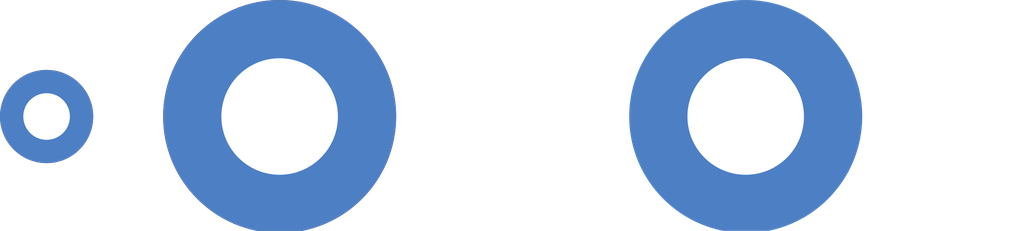
<source format=kicad_pcb>
(kicad_pcb (version 20211014) (generator pcbnew)

  (general
    (thickness 4.69)
  )

  (paper "User" 399.999 299.999)
  (title_block
    (title "A board")
    (date "2023-02-01")
    (rev "v1")
    (company "Winterbloom")
    (comment 1 "Comment 1")
    (comment 3 "Comment 3")
    (comment 5 "Comment 5")
    (comment 7 "Comment 7")
    (comment 9 "Comment 9")
  )

  (layers
    (0 "F.Cu" signal)
    (1 "In1.Cu" signal)
    (2 "In2.Cu" signal)
    (31 "B.Cu" signal)
    (32 "B.Adhes" user "B.Adhesive")
    (33 "F.Adhes" user "F.Adhesive")
    (34 "B.Paste" user)
    (35 "F.Paste" user)
    (36 "B.SilkS" user "B.Silkscreen")
    (37 "F.SilkS" user "F.Silkscreen")
    (38 "B.Mask" user)
    (39 "F.Mask" user)
    (40 "Dwgs.User" user "User.Drawings")
    (41 "Cmts.User" user "User.Comments")
    (42 "Eco1.User" user "User.Eco1")
    (43 "Eco2.User" user "User.Eco2")
    (44 "Edge.Cuts" user)
    (45 "Margin" user)
    (46 "B.CrtYd" user "B.Courtyard")
    (47 "F.CrtYd" user "F.Courtyard")
    (48 "B.Fab" user)
    (49 "F.Fab" user)
    (50 "User.1" user)
    (51 "User.2" user)
    (52 "User.3" user)
    (53 "User.4" user)
    (54 "User.5" user)
    (55 "User.6" user)
    (56 "User.7" user)
    (57 "User.8" user)
    (58 "User.9" user)
  )

  (setup
    (stackup
      (layer "F.SilkS" (type "Top Silk Screen"))
      (layer "F.Paste" (type "Top Solder Paste"))
      (layer "F.Mask" (type "Top Solder Mask") (thickness 0.01))
      (layer "F.Cu" (type "copper") (thickness 0.035))
      (layer "dielectric 1" (type "core") (thickness 1.51) (material "FR4") (epsilon_r 4.5) (loss_tangent 0.02))
      (layer "In1.Cu" (type "copper") (thickness 0.035))
      (layer "dielectric 2" (type "prepreg") (thickness 1.51) (material "FR4") (epsilon_r 4.5) (loss_tangent 0.02))
      (layer "In2.Cu" (type "copper") (thickness 0.035))
      (layer "dielectric 3" (type "core") (thickness 1.51) (material "FR4") (epsilon_r 4.5) (loss_tangent 0.02))
      (layer "B.Cu" (type "copper") (thickness 0.035))
      (layer "B.Mask" (type "Bottom Solder Mask") (thickness 0.01))
      (layer "B.Paste" (type "Bottom Solder Paste"))
      (layer "B.SilkS" (type "Bottom Silk Screen"))
      (copper_finish "None")
      (dielectric_constraints no)
    )
    (pad_to_mask_clearance 0)
    (pcbplotparams
      (layerselection 0x00010fc_ffffffff)
      (disableapertmacros false)
      (usegerberextensions false)
      (usegerberattributes true)
      (usegerberadvancedattributes true)
      (creategerberjobfile true)
      (svguseinch false)
      (svgprecision 6)
      (excludeedgelayer true)
      (plotframeref false)
      (viasonmask false)
      (mode 1)
      (useauxorigin false)
      (hpglpennumber 1)
      (hpglpenspeed 20)
      (hpglpendiameter 15.000000)
      (dxfpolygonmode true)
      (dxfimperialunits true)
      (dxfusepcbnewfont true)
      (psnegative false)
      (psa4output false)
      (plotreference true)
      (plotvalue true)
      (plotinvisibletext false)
      (sketchpadsonfab false)
      (subtractmaskfromsilk false)
      (outputformat 1)
      (mirror false)
      (drillshape 1)
      (scaleselection 1)
      (outputdirectory "")
    )
  )

  (net 0 "")

  (via locked (at 2 0) (size 2) (drill 1) (layers "F.Cu" "B.Cu") (free) (net 0) (tstamp 21a4c3a4-c3ab-486f-9419-3136c9bb6d31))
  (via micro (at 4 0) (size 2) (drill 1) (layers "F.Cu" "In1.Cu") (remove_unused_layers) (free) (net 0) (tstamp 5724438f-e358-4fc9-b92c-8dc053acb7ed))
  (via (at 0 0) (size 0.8) (drill 0.4) (layers "F.Cu" "B.Cu") (free) (net 0) (tstamp ec6eb637-77ef-4fd5-83e2-b3a9541f580e))
  (via blind (at 8 0) (size 0.8) (drill 0.4) (layers "In1.Cu" "In2.Cu") (free) (net 0) (tstamp 1ba85842-ccee-42cb-94f0-2e2bd3d6c683))
  (via blind (at 6 0) (size 2) (drill 1) (layers "In2.Cu" "B.Cu") (remove_unused_layers) (keep_end_layers) (free) (net 0) (tstamp 14034be6-43ea-4d08-b69e-da8e6980ac1b))

)

</source>
